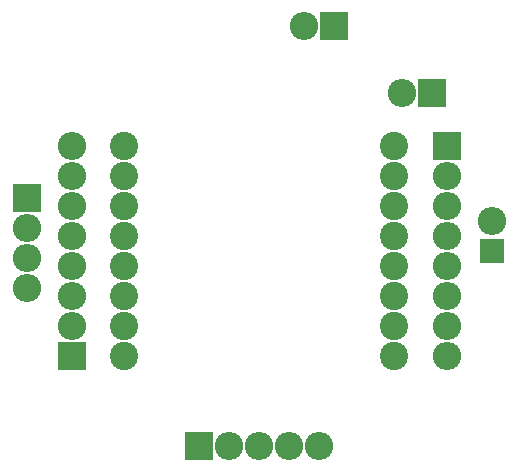
<source format=gbr>
G04 #@! TF.GenerationSoftware,KiCad,Pcbnew,(5.1.5)-3*
G04 #@! TF.CreationDate,2020-11-19T15:19:38-03:00*
G04 #@! TF.ProjectId,MainBoard_a,4d61696e-426f-4617-9264-5f612e6b6963,1*
G04 #@! TF.SameCoordinates,Original*
G04 #@! TF.FileFunction,Soldermask,Top*
G04 #@! TF.FilePolarity,Negative*
%FSLAX46Y46*%
G04 Gerber Fmt 4.6, Leading zero omitted, Abs format (unit mm)*
G04 Created by KiCad (PCBNEW (5.1.5)-3) date 2020-11-19 15:19:38*
%MOMM*%
%LPD*%
G04 APERTURE LIST*
%ADD10R,2.400000X2.400000*%
%ADD11O,2.400000X2.400000*%
%ADD12R,2.100000X2.100000*%
%ADD13C,2.400000*%
G04 APERTURE END LIST*
D10*
X49530000Y-62865000D03*
D11*
X49530000Y-65405000D03*
X49530000Y-67945000D03*
X49530000Y-70485000D03*
X73025000Y-48260000D03*
D10*
X75565000Y-48260000D03*
D11*
X53340000Y-58420000D03*
X53340000Y-60960000D03*
X53340000Y-63500000D03*
X53340000Y-66040000D03*
X53340000Y-68580000D03*
X53340000Y-71120000D03*
X53340000Y-73660000D03*
D10*
X53340000Y-76200000D03*
D12*
X88900000Y-67310000D03*
D11*
X88900000Y-64770000D03*
D10*
X85090000Y-58420000D03*
D11*
X85090000Y-60960000D03*
X85090000Y-63500000D03*
X85090000Y-66040000D03*
X85090000Y-68580000D03*
X85090000Y-71120000D03*
X85090000Y-73660000D03*
X85090000Y-76200000D03*
D10*
X64135000Y-83820000D03*
D11*
X66675000Y-83820000D03*
X69215000Y-83820000D03*
X71755000Y-83820000D03*
X74295000Y-83820000D03*
D13*
X80645000Y-58420000D03*
X57785000Y-58420000D03*
X80645000Y-60960000D03*
X57785000Y-60960000D03*
X80645000Y-63500000D03*
X57785000Y-63500000D03*
X80645000Y-66040000D03*
X57785000Y-66040000D03*
X80645000Y-68580000D03*
X57785000Y-68580000D03*
X80645000Y-71120000D03*
X57785000Y-71120000D03*
X80645000Y-73660000D03*
X57785000Y-73660000D03*
X80645000Y-76200000D03*
X57785000Y-76200000D03*
D10*
X83820000Y-53975000D03*
D11*
X81280000Y-53975000D03*
M02*

</source>
